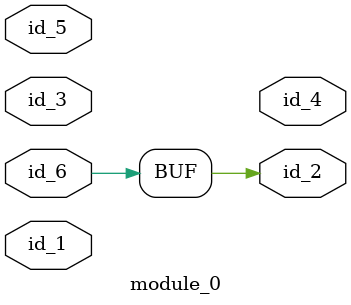
<source format=v>
`timescale 1 ps / 1ps
module module_0 (
    id_1,
    id_2,
    id_3,
    id_4,
    id_5,
    id_6
);
  input id_6;
  inout id_5;
  output id_4;
  input id_3;
  output id_2;
  input id_1;
  assign id_2 = id_6;
endmodule

</source>
